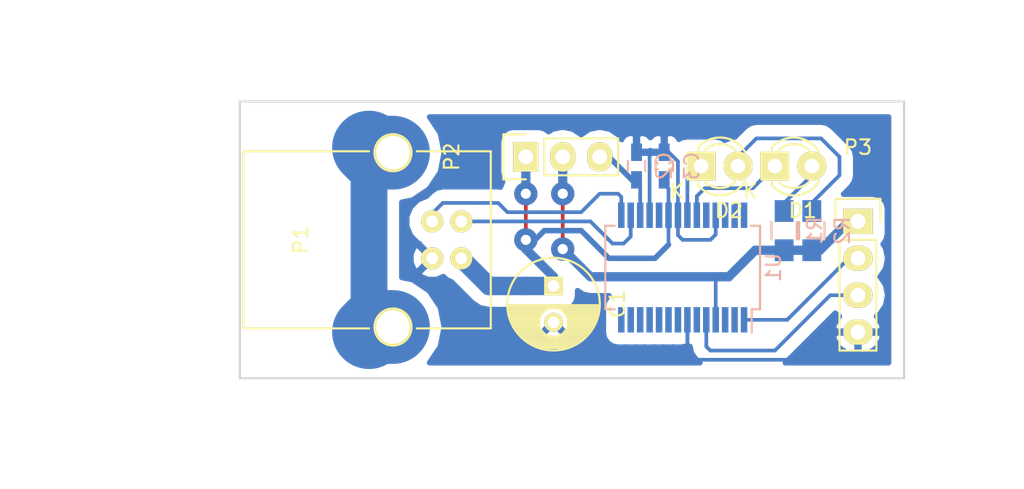
<source format=kicad_pcb>
(kicad_pcb (version 4) (host pcbnew 4.0.4+e1-6308~48~ubuntu16.04.1-stable)

  (general
    (links 27)
    (no_connects 0)
    (area 100.33 93.345 170.815001 127.000001)
    (thickness 1.6)
    (drawings 7)
    (tracks 122)
    (zones 0)
    (modules 11)
    (nets 27)
  )

  (page A4)
  (layers
    (0 F.Cu signal)
    (31 B.Cu signal)
    (32 B.Adhes user)
    (33 F.Adhes user)
    (34 B.Paste user)
    (35 F.Paste user)
    (36 B.SilkS user)
    (37 F.SilkS user)
    (38 B.Mask user)
    (39 F.Mask user)
    (40 Dwgs.User user)
    (41 Cmts.User user)
    (42 Eco1.User user)
    (43 Eco2.User user)
    (44 Edge.Cuts user)
    (45 Margin user)
    (46 B.CrtYd user)
    (47 F.CrtYd user)
    (48 B.Fab user)
    (49 F.Fab user)
  )

  (setup
    (last_trace_width 0.254)
    (user_trace_width 0.254)
    (user_trace_width 0.381)
    (user_trace_width 0.635)
    (user_trace_width 1.27)
    (user_trace_width 2.54)
    (user_trace_width 5.08)
    (trace_clearance 0.2)
    (zone_clearance 0.8)
    (zone_45_only no)
    (trace_min 0.2)
    (segment_width 0.2)
    (edge_width 0.15)
    (via_size 1.6)
    (via_drill 0.7)
    (via_min_size 0.4)
    (via_min_drill 0.3)
    (uvia_size 0.3)
    (uvia_drill 0.1)
    (uvias_allowed no)
    (uvia_min_size 0.2)
    (uvia_min_drill 0.1)
    (pcb_text_width 0.3)
    (pcb_text_size 1.5 1.5)
    (mod_edge_width 0.15)
    (mod_text_size 1 1)
    (mod_text_width 0.15)
    (pad_size 1.524 1.524)
    (pad_drill 0.762)
    (pad_to_mask_clearance 0.2)
    (aux_axis_origin 0 0)
    (visible_elements FFFFFFFF)
    (pcbplotparams
      (layerselection 0x00000_80000000)
      (usegerberextensions false)
      (excludeedgelayer false)
      (linewidth 0.100000)
      (plotframeref false)
      (viasonmask false)
      (mode 1)
      (useauxorigin false)
      (hpglpennumber 1)
      (hpglpenspeed 20)
      (hpglpendiameter 15)
      (hpglpenoverlay 2)
      (psnegative false)
      (psa4output false)
      (plotreference false)
      (plotvalue false)
      (plotinvisibletext false)
      (padsonsilk false)
      (subtractmaskfromsilk false)
      (outputformat 5)
      (mirror false)
      (drillshape 1)
      (scaleselection 1)
      (outputdirectory ""))
  )

  (net 0 "")
  (net 1 GND)
  (net 2 +5V)
  (net 3 +3V3)
  (net 4 "Net-(D1-Pad1)")
  (net 5 "Net-(D1-Pad2)")
  (net 6 "Net-(D2-Pad1)")
  (net 7 "Net-(D2-Pad2)")
  (net 8 "Net-(P1-Pad2)")
  (net 9 "Net-(P1-Pad3)")
  (net 10 "Net-(P1-Pad5)")
  (net 11 VCC)
  (net 12 "Net-(P3-Pad2)")
  (net 13 "Net-(P3-Pad3)")
  (net 14 "Net-(U1-Pad2)")
  (net 15 "Net-(U1-Pad3)")
  (net 16 "Net-(U1-Pad6)")
  (net 17 "Net-(U1-Pad9)")
  (net 18 "Net-(U1-Pad10)")
  (net 19 "Net-(U1-Pad11)")
  (net 20 "Net-(U1-Pad12)")
  (net 21 "Net-(U1-Pad13)")
  (net 22 "Net-(U1-Pad14)")
  (net 23 "Net-(U1-Pad19)")
  (net 24 "Net-(U1-Pad26)")
  (net 25 "Net-(U1-Pad27)")
  (net 26 "Net-(U1-Pad28)")

  (net_class Default "This is the default net class."
    (clearance 0.2)
    (trace_width 0.25)
    (via_dia 1.6)
    (via_drill 0.7)
    (uvia_dia 0.3)
    (uvia_drill 0.1)
    (add_net +3V3)
    (add_net +5V)
    (add_net GND)
    (add_net "Net-(D1-Pad1)")
    (add_net "Net-(D1-Pad2)")
    (add_net "Net-(D2-Pad1)")
    (add_net "Net-(D2-Pad2)")
    (add_net "Net-(P1-Pad2)")
    (add_net "Net-(P1-Pad3)")
    (add_net "Net-(P1-Pad5)")
    (add_net "Net-(P3-Pad2)")
    (add_net "Net-(P3-Pad3)")
    (add_net "Net-(U1-Pad10)")
    (add_net "Net-(U1-Pad11)")
    (add_net "Net-(U1-Pad12)")
    (add_net "Net-(U1-Pad13)")
    (add_net "Net-(U1-Pad14)")
    (add_net "Net-(U1-Pad19)")
    (add_net "Net-(U1-Pad2)")
    (add_net "Net-(U1-Pad26)")
    (add_net "Net-(U1-Pad27)")
    (add_net "Net-(U1-Pad28)")
    (add_net "Net-(U1-Pad3)")
    (add_net "Net-(U1-Pad6)")
    (add_net "Net-(U1-Pad9)")
    (add_net VCC)
  )

  (module Capacitors_ThroughHole:C_Radial_D6.3_L11.2_P2.5 (layer F.Cu) (tedit 0) (tstamp 57F548FF)
    (at 138.43 113.03 270)
    (descr "Radial Electrolytic Capacitor, Diameter 6.3mm x Length 11.2mm, Pitch 2.5mm")
    (tags "Electrolytic Capacitor")
    (path /57F55330)
    (fp_text reference C1 (at 1.25 -4.4 270) (layer F.SilkS)
      (effects (font (size 1 1) (thickness 0.15)))
    )
    (fp_text value 100uF (at 1.25 4.4 270) (layer F.Fab)
      (effects (font (size 1 1) (thickness 0.15)))
    )
    (fp_line (start 1.325 -3.149) (end 1.325 3.149) (layer F.SilkS) (width 0.15))
    (fp_line (start 1.465 -3.143) (end 1.465 3.143) (layer F.SilkS) (width 0.15))
    (fp_line (start 1.605 -3.13) (end 1.605 -0.446) (layer F.SilkS) (width 0.15))
    (fp_line (start 1.605 0.446) (end 1.605 3.13) (layer F.SilkS) (width 0.15))
    (fp_line (start 1.745 -3.111) (end 1.745 -0.656) (layer F.SilkS) (width 0.15))
    (fp_line (start 1.745 0.656) (end 1.745 3.111) (layer F.SilkS) (width 0.15))
    (fp_line (start 1.885 -3.085) (end 1.885 -0.789) (layer F.SilkS) (width 0.15))
    (fp_line (start 1.885 0.789) (end 1.885 3.085) (layer F.SilkS) (width 0.15))
    (fp_line (start 2.025 -3.053) (end 2.025 -0.88) (layer F.SilkS) (width 0.15))
    (fp_line (start 2.025 0.88) (end 2.025 3.053) (layer F.SilkS) (width 0.15))
    (fp_line (start 2.165 -3.014) (end 2.165 -0.942) (layer F.SilkS) (width 0.15))
    (fp_line (start 2.165 0.942) (end 2.165 3.014) (layer F.SilkS) (width 0.15))
    (fp_line (start 2.305 -2.968) (end 2.305 -0.981) (layer F.SilkS) (width 0.15))
    (fp_line (start 2.305 0.981) (end 2.305 2.968) (layer F.SilkS) (width 0.15))
    (fp_line (start 2.445 -2.915) (end 2.445 -0.998) (layer F.SilkS) (width 0.15))
    (fp_line (start 2.445 0.998) (end 2.445 2.915) (layer F.SilkS) (width 0.15))
    (fp_line (start 2.585 -2.853) (end 2.585 -0.996) (layer F.SilkS) (width 0.15))
    (fp_line (start 2.585 0.996) (end 2.585 2.853) (layer F.SilkS) (width 0.15))
    (fp_line (start 2.725 -2.783) (end 2.725 -0.974) (layer F.SilkS) (width 0.15))
    (fp_line (start 2.725 0.974) (end 2.725 2.783) (layer F.SilkS) (width 0.15))
    (fp_line (start 2.865 -2.704) (end 2.865 -0.931) (layer F.SilkS) (width 0.15))
    (fp_line (start 2.865 0.931) (end 2.865 2.704) (layer F.SilkS) (width 0.15))
    (fp_line (start 3.005 -2.616) (end 3.005 -0.863) (layer F.SilkS) (width 0.15))
    (fp_line (start 3.005 0.863) (end 3.005 2.616) (layer F.SilkS) (width 0.15))
    (fp_line (start 3.145 -2.516) (end 3.145 -0.764) (layer F.SilkS) (width 0.15))
    (fp_line (start 3.145 0.764) (end 3.145 2.516) (layer F.SilkS) (width 0.15))
    (fp_line (start 3.285 -2.404) (end 3.285 -0.619) (layer F.SilkS) (width 0.15))
    (fp_line (start 3.285 0.619) (end 3.285 2.404) (layer F.SilkS) (width 0.15))
    (fp_line (start 3.425 -2.279) (end 3.425 -0.38) (layer F.SilkS) (width 0.15))
    (fp_line (start 3.425 0.38) (end 3.425 2.279) (layer F.SilkS) (width 0.15))
    (fp_line (start 3.565 -2.136) (end 3.565 2.136) (layer F.SilkS) (width 0.15))
    (fp_line (start 3.705 -1.974) (end 3.705 1.974) (layer F.SilkS) (width 0.15))
    (fp_line (start 3.845 -1.786) (end 3.845 1.786) (layer F.SilkS) (width 0.15))
    (fp_line (start 3.985 -1.563) (end 3.985 1.563) (layer F.SilkS) (width 0.15))
    (fp_line (start 4.125 -1.287) (end 4.125 1.287) (layer F.SilkS) (width 0.15))
    (fp_line (start 4.265 -0.912) (end 4.265 0.912) (layer F.SilkS) (width 0.15))
    (fp_circle (center 2.5 0) (end 2.5 -1) (layer F.SilkS) (width 0.15))
    (fp_circle (center 1.25 0) (end 1.25 -3.1875) (layer F.SilkS) (width 0.15))
    (fp_circle (center 1.25 0) (end 1.25 -3.4) (layer F.CrtYd) (width 0.05))
    (pad 2 thru_hole circle (at 2.5 0 270) (size 1.3 1.3) (drill 0.8) (layers *.Cu *.Mask F.SilkS)
      (net 1 GND))
    (pad 1 thru_hole rect (at 0 0 270) (size 1.3 1.3) (drill 0.8) (layers *.Cu *.Mask F.SilkS)
      (net 2 +5V))
    (model Capacitors_ThroughHole.3dshapes/C_Radial_D6.3_L11.2_P2.5.wrl
      (at (xyz 0 0 0))
      (scale (xyz 1 1 1))
      (rotate (xyz 0 0 0))
    )
  )

  (module Capacitors_SMD:C_0603_HandSoldering (layer B.Cu) (tedit 541A9B4D) (tstamp 57F54905)
    (at 144.145 104.775 90)
    (descr "Capacitor SMD 0603, hand soldering")
    (tags "capacitor 0603")
    (path /57F55056)
    (attr smd)
    (fp_text reference C2 (at 0 1.9 90) (layer B.SilkS)
      (effects (font (size 1 1) (thickness 0.15)) (justify mirror))
    )
    (fp_text value 100nF (at 0 -1.9 90) (layer B.Fab)
      (effects (font (size 1 1) (thickness 0.15)) (justify mirror))
    )
    (fp_line (start -0.8 -0.4) (end -0.8 0.4) (layer B.Fab) (width 0.15))
    (fp_line (start 0.8 -0.4) (end -0.8 -0.4) (layer B.Fab) (width 0.15))
    (fp_line (start 0.8 0.4) (end 0.8 -0.4) (layer B.Fab) (width 0.15))
    (fp_line (start -0.8 0.4) (end 0.8 0.4) (layer B.Fab) (width 0.15))
    (fp_line (start -1.85 0.75) (end 1.85 0.75) (layer B.CrtYd) (width 0.05))
    (fp_line (start -1.85 -0.75) (end 1.85 -0.75) (layer B.CrtYd) (width 0.05))
    (fp_line (start -1.85 0.75) (end -1.85 -0.75) (layer B.CrtYd) (width 0.05))
    (fp_line (start 1.85 0.75) (end 1.85 -0.75) (layer B.CrtYd) (width 0.05))
    (fp_line (start -0.35 0.6) (end 0.35 0.6) (layer B.SilkS) (width 0.15))
    (fp_line (start 0.35 -0.6) (end -0.35 -0.6) (layer B.SilkS) (width 0.15))
    (pad 1 smd rect (at -0.95 0 90) (size 1.2 0.75) (layers B.Cu B.Paste B.Mask)
      (net 3 +3V3))
    (pad 2 smd rect (at 0.95 0 90) (size 1.2 0.75) (layers B.Cu B.Paste B.Mask)
      (net 1 GND))
    (model Capacitors_SMD.3dshapes/C_0603_HandSoldering.wrl
      (at (xyz 0 0 0))
      (scale (xyz 1 1 1))
      (rotate (xyz 0 0 0))
    )
  )

  (module Capacitors_SMD:C_0603_HandSoldering (layer B.Cu) (tedit 541A9B4D) (tstamp 57F5490B)
    (at 146.05 104.775 90)
    (descr "Capacitor SMD 0603, hand soldering")
    (tags "capacitor 0603")
    (path /57F55120)
    (attr smd)
    (fp_text reference C3 (at 0 1.9 90) (layer B.SilkS)
      (effects (font (size 1 1) (thickness 0.15)) (justify mirror))
    )
    (fp_text value 100nF (at 0 -1.9 90) (layer B.Fab)
      (effects (font (size 1 1) (thickness 0.15)) (justify mirror))
    )
    (fp_line (start -0.8 -0.4) (end -0.8 0.4) (layer B.Fab) (width 0.15))
    (fp_line (start 0.8 -0.4) (end -0.8 -0.4) (layer B.Fab) (width 0.15))
    (fp_line (start 0.8 0.4) (end 0.8 -0.4) (layer B.Fab) (width 0.15))
    (fp_line (start -0.8 0.4) (end 0.8 0.4) (layer B.Fab) (width 0.15))
    (fp_line (start -1.85 0.75) (end 1.85 0.75) (layer B.CrtYd) (width 0.05))
    (fp_line (start -1.85 -0.75) (end 1.85 -0.75) (layer B.CrtYd) (width 0.05))
    (fp_line (start -1.85 0.75) (end -1.85 -0.75) (layer B.CrtYd) (width 0.05))
    (fp_line (start 1.85 0.75) (end 1.85 -0.75) (layer B.CrtYd) (width 0.05))
    (fp_line (start -0.35 0.6) (end 0.35 0.6) (layer B.SilkS) (width 0.15))
    (fp_line (start 0.35 -0.6) (end -0.35 -0.6) (layer B.SilkS) (width 0.15))
    (pad 1 smd rect (at -0.95 0 90) (size 1.2 0.75) (layers B.Cu B.Paste B.Mask)
      (net 2 +5V))
    (pad 2 smd rect (at 0.95 0 90) (size 1.2 0.75) (layers B.Cu B.Paste B.Mask)
      (net 1 GND))
    (model Capacitors_SMD.3dshapes/C_0603_HandSoldering.wrl
      (at (xyz 0 0 0))
      (scale (xyz 1 1 1))
      (rotate (xyz 0 0 0))
    )
  )

  (module LEDs:LED-3MM (layer F.Cu) (tedit 559B82F6) (tstamp 57F54911)
    (at 153.67 104.775)
    (descr "LED 3mm round vertical")
    (tags "LED  3mm round vertical")
    (path /57F54855)
    (fp_text reference D1 (at 1.91 3.06) (layer F.SilkS)
      (effects (font (size 1 1) (thickness 0.15)))
    )
    (fp_text value "LED red" (at 1.3 -2.9) (layer F.Fab)
      (effects (font (size 1 1) (thickness 0.15)))
    )
    (fp_line (start -1.2 2.3) (end 3.8 2.3) (layer F.CrtYd) (width 0.05))
    (fp_line (start 3.8 2.3) (end 3.8 -2.2) (layer F.CrtYd) (width 0.05))
    (fp_line (start 3.8 -2.2) (end -1.2 -2.2) (layer F.CrtYd) (width 0.05))
    (fp_line (start -1.2 -2.2) (end -1.2 2.3) (layer F.CrtYd) (width 0.05))
    (fp_line (start -0.199 1.314) (end -0.199 1.114) (layer F.SilkS) (width 0.15))
    (fp_line (start -0.199 -1.28) (end -0.199 -1.1) (layer F.SilkS) (width 0.15))
    (fp_arc (start 1.301 0.034) (end -0.199 -1.286) (angle 108.5) (layer F.SilkS) (width 0.15))
    (fp_arc (start 1.301 0.034) (end 0.25 -1.1) (angle 85.7) (layer F.SilkS) (width 0.15))
    (fp_arc (start 1.311 0.034) (end 3.051 0.994) (angle 110) (layer F.SilkS) (width 0.15))
    (fp_arc (start 1.301 0.034) (end 2.335 1.094) (angle 87.5) (layer F.SilkS) (width 0.15))
    (fp_text user K (at -1.69 1.74) (layer F.SilkS)
      (effects (font (size 1 1) (thickness 0.15)))
    )
    (pad 1 thru_hole rect (at 0 0 90) (size 2 2) (drill 1.00076) (layers *.Cu *.Mask F.SilkS)
      (net 4 "Net-(D1-Pad1)"))
    (pad 2 thru_hole circle (at 2.54 0) (size 2 2) (drill 1.00076) (layers *.Cu *.Mask F.SilkS)
      (net 5 "Net-(D1-Pad2)"))
    (model LEDs.3dshapes/LED-3MM.wrl
      (at (xyz 0.05 0 0))
      (scale (xyz 1 1 1))
      (rotate (xyz 0 0 90))
    )
  )

  (module LEDs:LED-3MM (layer F.Cu) (tedit 559B82F6) (tstamp 57F54917)
    (at 148.59 104.775)
    (descr "LED 3mm round vertical")
    (tags "LED  3mm round vertical")
    (path /57F54A4B)
    (fp_text reference D2 (at 1.91 3.06) (layer F.SilkS)
      (effects (font (size 1 1) (thickness 0.15)))
    )
    (fp_text value "LED green" (at 1.3 -2.9) (layer F.Fab)
      (effects (font (size 1 1) (thickness 0.15)))
    )
    (fp_line (start -1.2 2.3) (end 3.8 2.3) (layer F.CrtYd) (width 0.05))
    (fp_line (start 3.8 2.3) (end 3.8 -2.2) (layer F.CrtYd) (width 0.05))
    (fp_line (start 3.8 -2.2) (end -1.2 -2.2) (layer F.CrtYd) (width 0.05))
    (fp_line (start -1.2 -2.2) (end -1.2 2.3) (layer F.CrtYd) (width 0.05))
    (fp_line (start -0.199 1.314) (end -0.199 1.114) (layer F.SilkS) (width 0.15))
    (fp_line (start -0.199 -1.28) (end -0.199 -1.1) (layer F.SilkS) (width 0.15))
    (fp_arc (start 1.301 0.034) (end -0.199 -1.286) (angle 108.5) (layer F.SilkS) (width 0.15))
    (fp_arc (start 1.301 0.034) (end 0.25 -1.1) (angle 85.7) (layer F.SilkS) (width 0.15))
    (fp_arc (start 1.311 0.034) (end 3.051 0.994) (angle 110) (layer F.SilkS) (width 0.15))
    (fp_arc (start 1.301 0.034) (end 2.335 1.094) (angle 87.5) (layer F.SilkS) (width 0.15))
    (fp_text user K (at -1.69 1.74) (layer F.SilkS)
      (effects (font (size 1 1) (thickness 0.15)))
    )
    (pad 1 thru_hole rect (at 0 0 90) (size 2 2) (drill 1.00076) (layers *.Cu *.Mask F.SilkS)
      (net 6 "Net-(D2-Pad1)"))
    (pad 2 thru_hole circle (at 2.54 0) (size 2 2) (drill 1.00076) (layers *.Cu *.Mask F.SilkS)
      (net 7 "Net-(D2-Pad2)"))
    (model LEDs.3dshapes/LED-3MM.wrl
      (at (xyz 0.05 0 0))
      (scale (xyz 1 1 1))
      (rotate (xyz 0 0 90))
    )
  )

  (module Connect:USB_B (layer F.Cu) (tedit 55B36073) (tstamp 57F54921)
    (at 132.08 111.125 180)
    (descr "USB B connector")
    (tags "USB_B USB_DEV")
    (path /57F5453C)
    (fp_text reference P1 (at 11.049 1.27 270) (layer F.SilkS)
      (effects (font (size 1 1) (thickness 0.15)))
    )
    (fp_text value USB_B (at 4.699 1.27 270) (layer F.Fab)
      (effects (font (size 1 1) (thickness 0.15)))
    )
    (fp_line (start 15.25 8.9) (end -2.3 8.9) (layer F.CrtYd) (width 0.05))
    (fp_line (start -2.3 8.9) (end -2.3 -6.35) (layer F.CrtYd) (width 0.05))
    (fp_line (start -2.3 -6.35) (end 15.25 -6.35) (layer F.CrtYd) (width 0.05))
    (fp_line (start 15.25 -6.35) (end 15.25 8.9) (layer F.CrtYd) (width 0.05))
    (fp_line (start 6.35 7.366) (end 14.986 7.366) (layer F.SilkS) (width 0.15))
    (fp_line (start -2.032 7.366) (end 3.048 7.366) (layer F.SilkS) (width 0.15))
    (fp_line (start 6.35 -4.826) (end 14.986 -4.826) (layer F.SilkS) (width 0.15))
    (fp_line (start -2.032 -4.826) (end 3.048 -4.826) (layer F.SilkS) (width 0.15))
    (fp_line (start 14.986 -4.826) (end 14.986 7.366) (layer F.SilkS) (width 0.15))
    (fp_line (start -2.032 7.366) (end -2.032 -4.826) (layer F.SilkS) (width 0.15))
    (pad 2 thru_hole circle (at 0 2.54 90) (size 1.524 1.524) (drill 0.8128) (layers *.Cu *.Mask F.SilkS)
      (net 8 "Net-(P1-Pad2)"))
    (pad 1 thru_hole circle (at 0 0 90) (size 1.524 1.524) (drill 0.8128) (layers *.Cu *.Mask F.SilkS)
      (net 2 +5V))
    (pad 4 thru_hole circle (at 1.99898 0 90) (size 1.524 1.524) (drill 0.8128) (layers *.Cu *.Mask F.SilkS)
      (net 1 GND))
    (pad 3 thru_hole circle (at 1.99898 2.54 90) (size 1.524 1.524) (drill 0.8128) (layers *.Cu *.Mask F.SilkS)
      (net 9 "Net-(P1-Pad3)"))
    (pad 5 thru_hole circle (at 4.699 7.26948 90) (size 2.70002 2.70002) (drill 2.30124) (layers *.Cu *.Mask F.SilkS)
      (net 10 "Net-(P1-Pad5)"))
    (pad 5 thru_hole circle (at 4.699 -4.72948 90) (size 2.70002 2.70002) (drill 2.30124) (layers *.Cu *.Mask F.SilkS)
      (net 10 "Net-(P1-Pad5)"))
    (model Connect.3dshapes/USB_B.wrl
      (at (xyz 0.185 -0.05 0.001))
      (scale (xyz 0.3937 0.3937 0.3937))
      (rotate (xyz 0 0 -90))
    )
  )

  (module Pin_Headers:Pin_Header_Straight_1x03 (layer F.Cu) (tedit 0) (tstamp 57F54928)
    (at 136.525 104.14 90)
    (descr "Through hole pin header")
    (tags "pin header")
    (path /57F54E2D)
    (fp_text reference P2 (at 0 -5.1 90) (layer F.SilkS)
      (effects (font (size 1 1) (thickness 0.15)))
    )
    (fp_text value CONN_01X03 (at 0 -3.1 90) (layer F.Fab)
      (effects (font (size 1 1) (thickness 0.15)))
    )
    (fp_line (start -1.75 -1.75) (end -1.75 6.85) (layer F.CrtYd) (width 0.05))
    (fp_line (start 1.75 -1.75) (end 1.75 6.85) (layer F.CrtYd) (width 0.05))
    (fp_line (start -1.75 -1.75) (end 1.75 -1.75) (layer F.CrtYd) (width 0.05))
    (fp_line (start -1.75 6.85) (end 1.75 6.85) (layer F.CrtYd) (width 0.05))
    (fp_line (start -1.27 1.27) (end -1.27 6.35) (layer F.SilkS) (width 0.15))
    (fp_line (start -1.27 6.35) (end 1.27 6.35) (layer F.SilkS) (width 0.15))
    (fp_line (start 1.27 6.35) (end 1.27 1.27) (layer F.SilkS) (width 0.15))
    (fp_line (start 1.55 -1.55) (end 1.55 0) (layer F.SilkS) (width 0.15))
    (fp_line (start 1.27 1.27) (end -1.27 1.27) (layer F.SilkS) (width 0.15))
    (fp_line (start -1.55 0) (end -1.55 -1.55) (layer F.SilkS) (width 0.15))
    (fp_line (start -1.55 -1.55) (end 1.55 -1.55) (layer F.SilkS) (width 0.15))
    (pad 1 thru_hole rect (at 0 0 90) (size 2.032 1.7272) (drill 1.016) (layers *.Cu *.Mask F.SilkS)
      (net 2 +5V))
    (pad 2 thru_hole oval (at 0 2.54 90) (size 2.032 1.7272) (drill 1.016) (layers *.Cu *.Mask F.SilkS)
      (net 11 VCC))
    (pad 3 thru_hole oval (at 0 5.08 90) (size 2.032 1.7272) (drill 1.016) (layers *.Cu *.Mask F.SilkS)
      (net 3 +3V3))
    (model Pin_Headers.3dshapes/Pin_Header_Straight_1x03.wrl
      (at (xyz 0 -0.1 0))
      (scale (xyz 1 1 1))
      (rotate (xyz 0 0 90))
    )
  )

  (module Pin_Headers:Pin_Header_Straight_1x04 (layer F.Cu) (tedit 0) (tstamp 57F54930)
    (at 159.385 108.585)
    (descr "Through hole pin header")
    (tags "pin header")
    (path /57F5467F)
    (fp_text reference P3 (at 0 -5.1) (layer F.SilkS)
      (effects (font (size 1 1) (thickness 0.15)))
    )
    (fp_text value CONN_01X04 (at 0 -3.1) (layer F.Fab)
      (effects (font (size 1 1) (thickness 0.15)))
    )
    (fp_line (start -1.75 -1.75) (end -1.75 9.4) (layer F.CrtYd) (width 0.05))
    (fp_line (start 1.75 -1.75) (end 1.75 9.4) (layer F.CrtYd) (width 0.05))
    (fp_line (start -1.75 -1.75) (end 1.75 -1.75) (layer F.CrtYd) (width 0.05))
    (fp_line (start -1.75 9.4) (end 1.75 9.4) (layer F.CrtYd) (width 0.05))
    (fp_line (start -1.27 1.27) (end -1.27 8.89) (layer F.SilkS) (width 0.15))
    (fp_line (start 1.27 1.27) (end 1.27 8.89) (layer F.SilkS) (width 0.15))
    (fp_line (start 1.55 -1.55) (end 1.55 0) (layer F.SilkS) (width 0.15))
    (fp_line (start -1.27 8.89) (end 1.27 8.89) (layer F.SilkS) (width 0.15))
    (fp_line (start 1.27 1.27) (end -1.27 1.27) (layer F.SilkS) (width 0.15))
    (fp_line (start -1.55 0) (end -1.55 -1.55) (layer F.SilkS) (width 0.15))
    (fp_line (start -1.55 -1.55) (end 1.55 -1.55) (layer F.SilkS) (width 0.15))
    (pad 1 thru_hole rect (at 0 0) (size 2.032 1.7272) (drill 1.016) (layers *.Cu *.Mask F.SilkS)
      (net 11 VCC))
    (pad 2 thru_hole oval (at 0 2.54) (size 2.032 1.7272) (drill 1.016) (layers *.Cu *.Mask F.SilkS)
      (net 12 "Net-(P3-Pad2)"))
    (pad 3 thru_hole oval (at 0 5.08) (size 2.032 1.7272) (drill 1.016) (layers *.Cu *.Mask F.SilkS)
      (net 13 "Net-(P3-Pad3)"))
    (pad 4 thru_hole oval (at 0 7.62) (size 2.032 1.7272) (drill 1.016) (layers *.Cu *.Mask F.SilkS)
      (net 1 GND))
    (model Pin_Headers.3dshapes/Pin_Header_Straight_1x04.wrl
      (at (xyz 0 -0.15 0))
      (scale (xyz 1 1 1))
      (rotate (xyz 0 0 90))
    )
  )

  (module Resistors_SMD:R_0805_HandSoldering (layer B.Cu) (tedit 54189DEE) (tstamp 57F54936)
    (at 154.305 109.22 90)
    (descr "Resistor SMD 0805, hand soldering")
    (tags "resistor 0805")
    (path /57F548EB)
    (attr smd)
    (fp_text reference R1 (at 0 2.1 90) (layer B.SilkS)
      (effects (font (size 1 1) (thickness 0.15)) (justify mirror))
    )
    (fp_text value 330R (at 0 -2.1 90) (layer B.Fab)
      (effects (font (size 1 1) (thickness 0.15)) (justify mirror))
    )
    (fp_line (start -2.4 1) (end 2.4 1) (layer B.CrtYd) (width 0.05))
    (fp_line (start -2.4 -1) (end 2.4 -1) (layer B.CrtYd) (width 0.05))
    (fp_line (start -2.4 1) (end -2.4 -1) (layer B.CrtYd) (width 0.05))
    (fp_line (start 2.4 1) (end 2.4 -1) (layer B.CrtYd) (width 0.05))
    (fp_line (start 0.6 -0.875) (end -0.6 -0.875) (layer B.SilkS) (width 0.15))
    (fp_line (start -0.6 0.875) (end 0.6 0.875) (layer B.SilkS) (width 0.15))
    (pad 1 smd rect (at -1.35 0 90) (size 1.5 1.3) (layers B.Cu B.Paste B.Mask)
      (net 11 VCC))
    (pad 2 smd rect (at 1.35 0 90) (size 1.5 1.3) (layers B.Cu B.Paste B.Mask)
      (net 5 "Net-(D1-Pad2)"))
    (model Resistors_SMD.3dshapes/R_0805_HandSoldering.wrl
      (at (xyz 0 0 0))
      (scale (xyz 1 1 1))
      (rotate (xyz 0 0 0))
    )
  )

  (module Resistors_SMD:R_0805_HandSoldering (layer B.Cu) (tedit 54189DEE) (tstamp 57F5493C)
    (at 156.21 109.22 90)
    (descr "Resistor SMD 0805, hand soldering")
    (tags "resistor 0805")
    (path /57F54A51)
    (attr smd)
    (fp_text reference R2 (at 0 2.1 90) (layer B.SilkS)
      (effects (font (size 1 1) (thickness 0.15)) (justify mirror))
    )
    (fp_text value 330R (at 0 -2.1 90) (layer B.Fab)
      (effects (font (size 1 1) (thickness 0.15)) (justify mirror))
    )
    (fp_line (start -2.4 1) (end 2.4 1) (layer B.CrtYd) (width 0.05))
    (fp_line (start -2.4 -1) (end 2.4 -1) (layer B.CrtYd) (width 0.05))
    (fp_line (start -2.4 1) (end -2.4 -1) (layer B.CrtYd) (width 0.05))
    (fp_line (start 2.4 1) (end 2.4 -1) (layer B.CrtYd) (width 0.05))
    (fp_line (start 0.6 -0.875) (end -0.6 -0.875) (layer B.SilkS) (width 0.15))
    (fp_line (start -0.6 0.875) (end 0.6 0.875) (layer B.SilkS) (width 0.15))
    (pad 1 smd rect (at -1.35 0 90) (size 1.5 1.3) (layers B.Cu B.Paste B.Mask)
      (net 11 VCC))
    (pad 2 smd rect (at 1.35 0 90) (size 1.5 1.3) (layers B.Cu B.Paste B.Mask)
      (net 7 "Net-(D2-Pad2)"))
    (model Resistors_SMD.3dshapes/R_0805_HandSoldering.wrl
      (at (xyz 0 0 0))
      (scale (xyz 1 1 1))
      (rotate (xyz 0 0 0))
    )
  )

  (module Housings_SSOP:SSOP-28_5.3x10.2mm_Pitch0.65mm (layer B.Cu) (tedit 54130A77) (tstamp 57F5495C)
    (at 147.32 111.76 90)
    (descr "28-Lead Plastic Shrink Small Outline (SS)-5.30 mm Body [SSOP] (see Microchip Packaging Specification 00000049BS.pdf)")
    (tags "SSOP 0.65")
    (path /57F545D2)
    (attr smd)
    (fp_text reference U1 (at 0 6.25 90) (layer B.SilkS)
      (effects (font (size 1 1) (thickness 0.15)) (justify mirror))
    )
    (fp_text value FT232RL (at 0 -6.25 90) (layer B.Fab)
      (effects (font (size 1 1) (thickness 0.15)) (justify mirror))
    )
    (fp_line (start -1.65 5.1) (end 2.65 5.1) (layer B.Fab) (width 0.15))
    (fp_line (start 2.65 5.1) (end 2.65 -5.1) (layer B.Fab) (width 0.15))
    (fp_line (start 2.65 -5.1) (end -2.65 -5.1) (layer B.Fab) (width 0.15))
    (fp_line (start -2.65 -5.1) (end -2.65 4.1) (layer B.Fab) (width 0.15))
    (fp_line (start -2.65 4.1) (end -1.65 5.1) (layer B.Fab) (width 0.15))
    (fp_line (start -4.75 5.5) (end -4.75 -5.5) (layer B.CrtYd) (width 0.05))
    (fp_line (start 4.75 5.5) (end 4.75 -5.5) (layer B.CrtYd) (width 0.05))
    (fp_line (start -4.75 5.5) (end 4.75 5.5) (layer B.CrtYd) (width 0.05))
    (fp_line (start -4.75 -5.5) (end 4.75 -5.5) (layer B.CrtYd) (width 0.05))
    (fp_line (start -2.875 5.325) (end -2.875 4.75) (layer B.SilkS) (width 0.15))
    (fp_line (start 2.875 5.325) (end 2.875 4.675) (layer B.SilkS) (width 0.15))
    (fp_line (start 2.875 -5.325) (end 2.875 -4.675) (layer B.SilkS) (width 0.15))
    (fp_line (start -2.875 -5.325) (end -2.875 -4.675) (layer B.SilkS) (width 0.15))
    (fp_line (start -2.875 5.325) (end 2.875 5.325) (layer B.SilkS) (width 0.15))
    (fp_line (start -2.875 -5.325) (end 2.875 -5.325) (layer B.SilkS) (width 0.15))
    (fp_line (start -2.875 4.75) (end -4.475 4.75) (layer B.SilkS) (width 0.15))
    (pad 1 smd rect (at -3.6 4.225 90) (size 1.75 0.45) (layers B.Cu B.Paste B.Mask)
      (net 12 "Net-(P3-Pad2)"))
    (pad 2 smd rect (at -3.6 3.575 90) (size 1.75 0.45) (layers B.Cu B.Paste B.Mask)
      (net 14 "Net-(U1-Pad2)"))
    (pad 3 smd rect (at -3.6 2.925 90) (size 1.75 0.45) (layers B.Cu B.Paste B.Mask)
      (net 15 "Net-(U1-Pad3)"))
    (pad 4 smd rect (at -3.6 2.275 90) (size 1.75 0.45) (layers B.Cu B.Paste B.Mask)
      (net 11 VCC))
    (pad 5 smd rect (at -3.6 1.625 90) (size 1.75 0.45) (layers B.Cu B.Paste B.Mask)
      (net 13 "Net-(P3-Pad3)"))
    (pad 6 smd rect (at -3.6 0.975 90) (size 1.75 0.45) (layers B.Cu B.Paste B.Mask)
      (net 16 "Net-(U1-Pad6)"))
    (pad 7 smd rect (at -3.6 0.325 90) (size 1.75 0.45) (layers B.Cu B.Paste B.Mask)
      (net 1 GND))
    (pad 8 smd rect (at -3.6 -0.325 90) (size 1.75 0.45) (layers B.Cu B.Paste B.Mask))
    (pad 9 smd rect (at -3.6 -0.975 90) (size 1.75 0.45) (layers B.Cu B.Paste B.Mask)
      (net 17 "Net-(U1-Pad9)"))
    (pad 10 smd rect (at -3.6 -1.625 90) (size 1.75 0.45) (layers B.Cu B.Paste B.Mask)
      (net 18 "Net-(U1-Pad10)"))
    (pad 11 smd rect (at -3.6 -2.275 90) (size 1.75 0.45) (layers B.Cu B.Paste B.Mask)
      (net 19 "Net-(U1-Pad11)"))
    (pad 12 smd rect (at -3.6 -2.925 90) (size 1.75 0.45) (layers B.Cu B.Paste B.Mask)
      (net 20 "Net-(U1-Pad12)"))
    (pad 13 smd rect (at -3.6 -3.575 90) (size 1.75 0.45) (layers B.Cu B.Paste B.Mask)
      (net 21 "Net-(U1-Pad13)"))
    (pad 14 smd rect (at -3.6 -4.225 90) (size 1.75 0.45) (layers B.Cu B.Paste B.Mask)
      (net 22 "Net-(U1-Pad14)"))
    (pad 15 smd rect (at 3.6 -4.225 90) (size 1.75 0.45) (layers B.Cu B.Paste B.Mask)
      (net 9 "Net-(P1-Pad3)"))
    (pad 16 smd rect (at 3.6 -3.575 90) (size 1.75 0.45) (layers B.Cu B.Paste B.Mask)
      (net 8 "Net-(P1-Pad2)"))
    (pad 17 smd rect (at 3.6 -2.925 90) (size 1.75 0.45) (layers B.Cu B.Paste B.Mask)
      (net 3 +3V3))
    (pad 18 smd rect (at 3.6 -2.275 90) (size 1.75 0.45) (layers B.Cu B.Paste B.Mask)
      (net 1 GND))
    (pad 19 smd rect (at 3.6 -1.625 90) (size 1.75 0.45) (layers B.Cu B.Paste B.Mask)
      (net 23 "Net-(U1-Pad19)"))
    (pad 20 smd rect (at 3.6 -0.975 90) (size 1.75 0.45) (layers B.Cu B.Paste B.Mask)
      (net 2 +5V))
    (pad 21 smd rect (at 3.6 -0.325 90) (size 1.75 0.45) (layers B.Cu B.Paste B.Mask)
      (net 1 GND))
    (pad 22 smd rect (at 3.6 0.325 90) (size 1.75 0.45) (layers B.Cu B.Paste B.Mask)
      (net 6 "Net-(D2-Pad1)"))
    (pad 23 smd rect (at 3.6 0.975 90) (size 1.75 0.45) (layers B.Cu B.Paste B.Mask)
      (net 4 "Net-(D1-Pad1)"))
    (pad 24 smd rect (at 3.6 1.625 90) (size 1.75 0.45) (layers B.Cu B.Paste B.Mask))
    (pad 25 smd rect (at 3.6 2.275 90) (size 1.75 0.45) (layers B.Cu B.Paste B.Mask)
      (net 1 GND))
    (pad 26 smd rect (at 3.6 2.925 90) (size 1.75 0.45) (layers B.Cu B.Paste B.Mask)
      (net 24 "Net-(U1-Pad26)"))
    (pad 27 smd rect (at 3.6 3.575 90) (size 1.75 0.45) (layers B.Cu B.Paste B.Mask)
      (net 25 "Net-(U1-Pad27)"))
    (pad 28 smd rect (at 3.6 4.225 90) (size 1.75 0.45) (layers B.Cu B.Paste B.Mask)
      (net 26 "Net-(U1-Pad28)"))
    (model Housings_SSOP.3dshapes/SSOP-28_5.3x10.2mm_Pitch0.65mm.wrl
      (at (xyz 0 0 0))
      (scale (xyz 1 1 1))
      (rotate (xyz 0 0 0))
    )
  )

  (gr_line (start 122.555 119.38) (end 116.84 119.38) (angle 90) (layer Edge.Cuts) (width 0.15))
  (gr_line (start 116.84 100.33) (end 122.555 100.33) (angle 90) (layer Edge.Cuts) (width 0.15))
  (gr_line (start 162.56 100.33) (end 122.555 100.33) (angle 90) (layer Edge.Cuts) (width 0.15))
  (gr_line (start 162.56 119.38) (end 162.56 100.33) (angle 90) (layer Edge.Cuts) (width 0.15))
  (gr_line (start 161.29 119.38) (end 162.56 119.38) (angle 90) (layer Edge.Cuts) (width 0.15))
  (gr_line (start 122.555 119.38) (end 161.29 119.38) (angle 90) (layer Edge.Cuts) (width 0.15))
  (gr_line (start 116.84 100.33) (end 116.84 119.38) (angle 90) (layer Edge.Cuts) (width 0.15))

  (segment (start 157.48 116.205) (end 159.385 116.205) (width 0.254) (layer B.Cu) (net 1) (tstamp 57F5545E))
  (segment (start 157.48 116.84) (end 157.48 116.205) (width 0.254) (layer B.Cu) (net 1) (tstamp 57F5545D))
  (segment (start 156.21 118.11) (end 157.48 116.84) (width 0.254) (layer B.Cu) (net 1) (tstamp 57F5545B))
  (segment (start 154.94 118.11) (end 156.21 118.11) (width 0.254) (layer B.Cu) (net 1))
  (segment (start 147.955 118.11) (end 154.94 118.11) (width 0.254) (layer B.Cu) (net 1) (tstamp 57F55451))
  (segment (start 147.645 117.8) (end 147.955 118.11) (width 0.254) (layer B.Cu) (net 1) (tstamp 57F55450))
  (segment (start 147.645 115.36) (end 147.645 117.8) (width 0.254) (layer B.Cu) (net 1))
  (segment (start 144.145 103.825) (end 146.05 103.825) (width 0.254) (layer B.Cu) (net 1))
  (segment (start 145.045 108.16) (end 145.045 103.875) (width 0.254) (layer B.Cu) (net 1))
  (segment (start 145.095 103.825) (end 146.05 103.825) (width 0.254) (layer B.Cu) (net 1) (tstamp 57F54F40))
  (segment (start 145.045 103.875) (end 145.095 103.825) (width 0.254) (layer B.Cu) (net 1) (tstamp 57F54F3E))
  (segment (start 146.995 108.16) (end 146.995 104.45) (width 0.254) (layer B.Cu) (net 1))
  (segment (start 146.995 104.45) (end 146.37 103.825) (width 0.254) (layer B.Cu) (net 1) (tstamp 57F54F1F))
  (segment (start 146.37 103.825) (end 146.05 103.825) (width 0.254) (layer B.Cu) (net 1) (tstamp 57F54F20))
  (segment (start 149.595 108.16) (end 149.595 109.485) (width 0.254) (layer B.Cu) (net 1))
  (segment (start 146.995 109.53) (end 146.995 108.16) (width 0.254) (layer B.Cu) (net 1) (tstamp 57F54EFC))
  (segment (start 147.32 109.855) (end 146.995 109.53) (width 0.254) (layer B.Cu) (net 1) (tstamp 57F54EFB))
  (segment (start 149.225 109.855) (end 147.32 109.855) (width 0.254) (layer B.Cu) (net 1) (tstamp 57F54EFA))
  (segment (start 149.595 109.485) (end 149.225 109.855) (width 0.254) (layer B.Cu) (net 1) (tstamp 57F54EF9))
  (segment (start 147.645 115.36) (end 147.645 117.785) (width 0.254) (layer B.Cu) (net 1))
  (segment (start 147.645 117.785) (end 147.32 118.11) (width 0.254) (layer B.Cu) (net 1) (tstamp 57F54EF0))
  (segment (start 140.335 109.22) (end 140.97 109.855) (width 0.381) (layer B.Cu) (net 2))
  (segment (start 140.97 109.855) (end 142.24 111.125) (width 0.381) (layer B.Cu) (net 2) (tstamp 57F551E5))
  (segment (start 142.24 111.125) (end 145.415 111.125) (width 0.381) (layer B.Cu) (net 2) (tstamp 57F551EA))
  (segment (start 146.345 110.195) (end 146.05 110.49) (width 0.381) (layer B.Cu) (net 2))
  (segment (start 146.345 108.16) (end 146.345 110.195) (width 0.254) (layer B.Cu) (net 2))
  (segment (start 140.335 109.22) (end 139.7 109.22) (width 0.381) (layer B.Cu) (net 2) (tstamp 57F55149))
  (segment (start 146.05 110.49) (end 145.415 111.125) (width 0.381) (layer B.Cu) (net 2))
  (segment (start 137.16 109.855) (end 136.525 109.855) (width 0.381) (layer B.Cu) (net 2))
  (segment (start 137.16 109.855) (end 137.795 109.22) (width 0.381) (layer B.Cu) (net 2) (tstamp 57F5513E))
  (segment (start 137.795 109.22) (end 139.7 109.22) (width 0.381) (layer B.Cu) (net 2) (tstamp 57F55143))
  (segment (start 136.525 109.855) (end 136.525 110.49) (width 0.635) (layer B.Cu) (net 2))
  (segment (start 136.525 110.49) (end 138.43 112.395) (width 0.635) (layer B.Cu) (net 2) (tstamp 57F5512D))
  (via (at 136.525 109.855) (size 1.6) (drill 0.7) (layers F.Cu B.Cu) (net 2))
  (segment (start 136.525 106.68) (end 136.525 109.855) (width 0.254) (layer F.Cu) (net 2))
  (via (at 136.525 106.68) (size 1.6) (drill 0.7) (layers F.Cu B.Cu) (net 2))
  (segment (start 136.525 104.14) (end 136.525 106.68) (width 0.635) (layer B.Cu) (net 2))
  (segment (start 138.43 112.395) (end 138.43 113.03) (width 0.635) (layer B.Cu) (net 2) (tstamp 57F55134))
  (segment (start 132.08 111.125) (end 133.985 113.03) (width 1.27) (layer B.Cu) (net 2))
  (segment (start 133.985 113.03) (end 136.525 113.03) (width 1.27) (layer B.Cu) (net 2) (tstamp 57F550AB))
  (segment (start 136.525 113.03) (end 138.43 113.03) (width 1.27) (layer B.Cu) (net 2) (tstamp 57F55128))
  (segment (start 146.05 105.725) (end 146.05 106.045) (width 0.254) (layer B.Cu) (net 2))
  (segment (start 146.05 106.045) (end 146.345 106.34) (width 0.254) (layer B.Cu) (net 2) (tstamp 57F54E9C))
  (segment (start 146.345 106.34) (end 146.345 108.16) (width 0.254) (layer B.Cu) (net 2) (tstamp 57F54E9D))
  (segment (start 144.145 105.725) (end 143.825 105.725) (width 0.381) (layer B.Cu) (net 3))
  (segment (start 143.825 105.725) (end 141.605 103.505) (width 0.381) (layer B.Cu) (net 3) (tstamp 57F55097))
  (segment (start 144.395 108.16) (end 144.395 105.975) (width 0.254) (layer B.Cu) (net 3))
  (segment (start 144.395 105.975) (end 144.145 105.725) (width 0.254) (layer B.Cu) (net 3) (tstamp 57F54D71))
  (segment (start 152.146 106.299) (end 153.67 104.775) (width 0.254) (layer B.Cu) (net 4) (tstamp 57F5527C))
  (segment (start 148.295 107.061) (end 148.295 106.848) (width 0.254) (layer B.Cu) (net 4))
  (segment (start 148.844 106.299) (end 152.146 106.299) (width 0.254) (layer B.Cu) (net 4) (tstamp 57F5527B))
  (segment (start 148.295 106.848) (end 148.844 106.299) (width 0.254) (layer B.Cu) (net 4) (tstamp 57F5527A))
  (segment (start 148.295 108.16) (end 148.295 107.061) (width 0.254) (layer B.Cu) (net 4))
  (segment (start 148.295 107.061) (end 148.295 106.975) (width 0.254) (layer B.Cu) (net 4) (tstamp 57F55278))
  (segment (start 154.305 107.315) (end 154.94 106.68) (width 0.254) (layer B.Cu) (net 5))
  (segment (start 154.94 106.68) (end 156.21 105.41) (width 0.254) (layer B.Cu) (net 5) (tstamp 57F552D2))
  (segment (start 154.305 107.315) (end 154.305 107.87) (width 0.254) (layer B.Cu) (net 5) (tstamp 57F552D9))
  (segment (start 156.21 104.775) (end 156.21 105.41) (width 0.254) (layer B.Cu) (net 5))
  (segment (start 147.645 108.16) (end 147.645 105.72) (width 0.254) (layer B.Cu) (net 6))
  (segment (start 147.645 105.72) (end 148.59 104.775) (width 0.254) (layer B.Cu) (net 6) (tstamp 57F55275))
  (segment (start 157.48 106.045) (end 158.115 105.41) (width 0.254) (layer B.Cu) (net 7))
  (segment (start 156.845 102.87) (end 157.48 103.505) (width 0.254) (layer B.Cu) (net 7) (tstamp 57F552C6))
  (segment (start 152.4 102.87) (end 156.845 102.87) (width 0.254) (layer B.Cu) (net 7) (tstamp 57F552C2))
  (segment (start 151.13 104.14) (end 152.4 102.87) (width 0.254) (layer B.Cu) (net 7) (tstamp 57F552C1))
  (segment (start 157.48 106.045) (end 156.21 107.315) (width 0.254) (layer B.Cu) (net 7) (tstamp 57F552DC))
  (segment (start 158.115 104.14) (end 157.48 103.505) (width 0.254) (layer B.Cu) (net 7) (tstamp 57F55301))
  (segment (start 158.115 105.41) (end 158.115 104.14) (width 0.254) (layer B.Cu) (net 7) (tstamp 57F55300))
  (segment (start 156.21 107.87) (end 156.21 107.315) (width 0.254) (layer B.Cu) (net 7))
  (segment (start 151.13 104.775) (end 151.13 104.14) (width 0.254) (layer B.Cu) (net 7))
  (segment (start 132.08 108.585) (end 140.97 108.585) (width 0.254) (layer B.Cu) (net 8))
  (segment (start 140.97 108.585) (end 142.24 109.855) (width 0.254) (layer B.Cu) (net 8) (tstamp 57F553A7))
  (segment (start 143.745 109.601) (end 143.745 109.62) (width 0.254) (layer B.Cu) (net 8))
  (segment (start 143.745 109.62) (end 143.256 110.109) (width 0.254) (layer B.Cu) (net 8) (tstamp 57F551AC))
  (segment (start 142.494 110.109) (end 142.24 109.855) (width 0.254) (layer B.Cu) (net 8) (tstamp 57F551AF))
  (segment (start 142.24 109.855) (end 141.986 109.601) (width 0.254) (layer B.Cu) (net 8) (tstamp 57F553AC))
  (segment (start 143.256 110.109) (end 142.494 110.109) (width 0.254) (layer B.Cu) (net 8) (tstamp 57F551AD))
  (segment (start 143.745 109.601) (end 143.745 108.16) (width 0.254) (layer B.Cu) (net 8) (tstamp 57F551AA))
  (segment (start 134.62 107.315) (end 135.255 107.95) (width 0.254) (layer B.Cu) (net 9))
  (segment (start 133.35 107.315) (end 134.62 107.315) (width 0.254) (layer B.Cu) (net 9))
  (segment (start 130.08102 108.04398) (end 130.81 107.315) (width 0.254) (layer B.Cu) (net 9) (tstamp 57F54B13))
  (segment (start 130.81 107.315) (end 133.35 107.315) (width 0.254) (layer B.Cu) (net 9))
  (segment (start 143.095 106.9) (end 143.095 108.16) (width 0.254) (layer B.Cu) (net 9) (tstamp 57F550EF))
  (segment (start 142.875 106.68) (end 143.095 106.9) (width 0.254) (layer B.Cu) (net 9) (tstamp 57F550EB))
  (segment (start 141.605 106.68) (end 142.875 106.68) (width 0.254) (layer B.Cu) (net 9) (tstamp 57F550E9))
  (segment (start 140.97 107.315) (end 141.605 106.68) (width 0.254) (layer B.Cu) (net 9) (tstamp 57F550E6))
  (segment (start 140.335 107.95) (end 140.97 107.315) (width 0.254) (layer B.Cu) (net 9) (tstamp 57F553A3))
  (segment (start 135.255 107.95) (end 140.335 107.95) (width 0.254) (layer B.Cu) (net 9) (tstamp 57F553A2))
  (segment (start 130.08102 108.585) (end 130.08102 108.04398) (width 0.254) (layer B.Cu) (net 9))
  (segment (start 127.381 103.85552) (end 126.08052 103.85552) (width 5.08) (layer B.Cu) (net 10))
  (segment (start 126.08052 103.85552) (end 125.73 103.505) (width 5.08) (layer B.Cu) (net 10) (tstamp 57F55008))
  (segment (start 127.381 115.85448) (end 126.08052 115.85448) (width 5.08) (layer B.Cu) (net 10))
  (segment (start 126.08052 115.85448) (end 125.73 116.205) (width 5.08) (layer B.Cu) (net 10) (tstamp 57F54FFA))
  (segment (start 127.381 115.85448) (end 127.28448 115.85448) (width 2.54) (layer B.Cu) (net 10))
  (segment (start 127.28448 115.85448) (end 125.73 114.3) (width 2.54) (layer B.Cu) (net 10) (tstamp 57F54FE7))
  (segment (start 125.73 114.3) (end 125.73 105.50652) (width 2.54) (layer B.Cu) (net 10) (tstamp 57F54FEA))
  (segment (start 125.73 105.50652) (end 127.381 103.85552) (width 2.54) (layer B.Cu) (net 10) (tstamp 57F54FEE))
  (segment (start 156.21 110.57) (end 156.765 110.57) (width 0.635) (layer B.Cu) (net 11))
  (segment (start 156.765 110.57) (end 158.75 108.585) (width 0.635) (layer B.Cu) (net 11) (tstamp 57F553D8))
  (segment (start 158.75 108.585) (end 159.385 108.585) (width 0.635) (layer B.Cu) (net 11) (tstamp 57F553DA))
  (segment (start 141.605 112.395) (end 140.97 112.395) (width 0.635) (layer B.Cu) (net 11))
  (segment (start 150.495 112.395) (end 152.32 110.57) (width 0.635) (layer B.Cu) (net 11) (tstamp 57F55304))
  (segment (start 154.305 110.57) (end 152.32 110.57) (width 0.635) (layer B.Cu) (net 11) (tstamp 57F55308))
  (segment (start 139.065 110.49) (end 140.335 111.76) (width 0.635) (layer B.Cu) (net 11))
  (via (at 139.065 110.49) (size 1.6) (drill 0.7) (layers F.Cu B.Cu) (net 11))
  (segment (start 139.065 106.68) (end 139.065 104.14) (width 0.635) (layer B.Cu) (net 11))
  (via (at 139.065 106.68) (size 1.6) (drill 0.7) (layers F.Cu B.Cu) (net 11))
  (segment (start 139.065 110.49) (end 139.065 106.68) (width 0.254) (layer F.Cu) (net 11))
  (segment (start 141.605 112.395) (end 149.86 112.395) (width 0.635) (layer B.Cu) (net 11) (tstamp 57F551DA))
  (segment (start 149.86 112.395) (end 150.495 112.395) (width 0.635) (layer B.Cu) (net 11))
  (segment (start 140.97 112.395) (end 140.335 111.76) (width 0.635) (layer B.Cu) (net 11) (tstamp 57F5537B))
  (segment (start 156.21 110.57) (end 154.305 110.57) (width 0.635) (layer B.Cu) (net 11))
  (segment (start 149.595 115.36) (end 149.595 112.395) (width 0.254) (layer B.Cu) (net 11))
  (segment (start 159.385 111.125) (end 158.75 111.125) (width 0.254) (layer B.Cu) (net 12))
  (segment (start 158.75 111.125) (end 156.21 113.665) (width 0.254) (layer B.Cu) (net 12) (tstamp 57F553CA))
  (segment (start 151.545 115.36) (end 154.515 115.36) (width 0.254) (layer B.Cu) (net 12))
  (segment (start 156.21 113.665) (end 154.94 114.935) (width 0.254) (layer B.Cu) (net 12) (tstamp 57F55328))
  (segment (start 154.515 115.36) (end 154.94 114.935) (width 0.254) (layer B.Cu) (net 12) (tstamp 57F55339))
  (segment (start 159.385 113.665) (end 157.48 113.665) (width 0.254) (layer B.Cu) (net 13))
  (segment (start 157.48 113.665) (end 153.67 117.475) (width 0.254) (layer B.Cu) (net 13) (tstamp 57F553CF))
  (segment (start 148.945 115.36) (end 148.945 117.195) (width 0.254) (layer B.Cu) (net 13))
  (segment (start 153.67 117.475) (end 149.225 117.475) (width 0.254) (layer B.Cu) (net 13) (tstamp 57F553D3))
  (segment (start 148.945 117.195) (end 149.225 117.475) (width 0.254) (layer B.Cu) (net 13) (tstamp 57F55348))

  (zone (net 1) (net_name GND) (layer B.Cu) (tstamp 57F54EDC) (hatch edge 0.508)
    (connect_pads (clearance 0.8))
    (min_thickness 0.381)
    (fill yes (arc_segments 16) (thermal_gap 0.508) (thermal_bridge_width 0.508))
    (polygon
      (pts
        (xy 170.815 93.345) (xy 170.815 127) (xy 100.33 127) (xy 100.33 93.345)
      )
    )
    (filled_polygon
      (pts
        (xy 161.4945 118.3145) (xy 154.386397 118.3145) (xy 154.460192 118.265192) (xy 156.213501 116.511883) (xy 157.700941 116.511883)
        (xy 157.765107 116.744123) (xy 158.083127 117.26467) (xy 158.576144 117.623892) (xy 159.1691 117.7671) (xy 159.3215 117.7671)
        (xy 159.3215 116.2685) (xy 159.4485 116.2685) (xy 159.4485 117.7671) (xy 159.6009 117.7671) (xy 160.193856 117.623892)
        (xy 160.686873 117.26467) (xy 161.004893 116.744123) (xy 161.069059 116.511883) (xy 160.923421 116.2685) (xy 159.4485 116.2685)
        (xy 159.3215 116.2685) (xy 157.846579 116.2685) (xy 157.700941 116.511883) (xy 156.213501 116.511883) (xy 157.829008 114.896376)
        (xy 157.882243 114.976047) (xy 158.108225 115.127043) (xy 158.083127 115.14533) (xy 157.765107 115.665877) (xy 157.700941 115.898117)
        (xy 157.846579 116.1415) (xy 159.3215 116.1415) (xy 159.3215 116.1215) (xy 159.4485 116.1215) (xy 159.4485 116.1415)
        (xy 160.923421 116.1415) (xy 161.069059 115.898117) (xy 161.004893 115.665877) (xy 160.686873 115.14533) (xy 160.661775 115.127043)
        (xy 160.887757 114.976047) (xy 161.289675 114.374533) (xy 161.43081 113.665) (xy 161.289675 112.955467) (xy 160.915184 112.395)
        (xy 161.289675 111.834533) (xy 161.43081 111.125) (xy 161.289675 110.415467) (xy 161.11638 110.156112) (xy 161.331339 109.84151)
        (xy 161.410905 109.4486) (xy 161.410905 107.7214) (xy 161.341838 107.354343) (xy 161.124908 107.017223) (xy 160.79391 106.791061)
        (xy 160.401 106.711495) (xy 158.393889 106.711495) (xy 158.905192 106.200192) (xy 159.147436 105.837648) (xy 159.232501 105.41)
        (xy 159.2325 105.409995) (xy 159.2325 104.140005) (xy 159.232501 104.14) (xy 159.147436 103.712352) (xy 158.905192 103.349808)
        (xy 157.635192 102.079808) (xy 157.272649 101.837565) (xy 156.845 101.7525) (xy 152.4 101.7525) (xy 151.972351 101.837565)
        (xy 151.609808 102.079808) (xy 150.905313 102.784303) (xy 150.735802 102.784155) (xy 150.211447 103.000814) (xy 149.98291 102.844661)
        (xy 149.59 102.765095) (xy 147.59 102.765095) (xy 147.222943 102.834162) (xy 147.062046 102.937696) (xy 147.01716 102.829332)
        (xy 146.820669 102.63284) (xy 146.563941 102.5265) (xy 146.288125 102.5265) (xy 146.1135 102.701125) (xy 146.1135 103.7615)
        (xy 146.1335 103.7615) (xy 146.1335 103.8885) (xy 146.1135 103.8885) (xy 146.1135 103.9085) (xy 145.9865 103.9085)
        (xy 145.9865 103.8885) (xy 145.151125 103.8885) (xy 145.0975 103.942125) (xy 145.043875 103.8885) (xy 144.2085 103.8885)
        (xy 144.2085 103.9085) (xy 144.0815 103.9085) (xy 144.0815 103.8885) (xy 144.0615 103.8885) (xy 144.0615 103.7615)
        (xy 144.0815 103.7615) (xy 144.0815 102.701125) (xy 144.2085 102.701125) (xy 144.2085 103.7615) (xy 145.043875 103.7615)
        (xy 145.0975 103.707875) (xy 145.151125 103.7615) (xy 145.9865 103.7615) (xy 145.9865 102.701125) (xy 145.811875 102.5265)
        (xy 145.536059 102.5265) (xy 145.279331 102.63284) (xy 145.0975 102.814672) (xy 144.915669 102.63284) (xy 144.658941 102.5265)
        (xy 144.383125 102.5265) (xy 144.2085 102.701125) (xy 144.0815 102.701125) (xy 143.906875 102.5265) (xy 143.631059 102.5265)
        (xy 143.374331 102.63284) (xy 143.17784 102.829332) (xy 143.126773 102.952618) (xy 142.916047 102.637243) (xy 142.314533 102.235325)
        (xy 141.605 102.09419) (xy 140.895467 102.235325) (xy 140.335 102.609816) (xy 139.774533 102.235325) (xy 139.065 102.09419)
        (xy 138.355467 102.235325) (xy 138.096112 102.40862) (xy 137.78151 102.193661) (xy 137.3886 102.114095) (xy 135.6614 102.114095)
        (xy 135.294343 102.183162) (xy 134.957223 102.400092) (xy 134.731061 102.73109) (xy 134.651495 103.124) (xy 134.651495 105.156)
        (xy 134.720562 105.523057) (xy 134.93093 105.849979) (xy 134.773914 106.228115) (xy 134.62 106.1975) (xy 130.81 106.1975)
        (xy 130.382351 106.282565) (xy 130.019808 106.524808) (xy 129.697256 106.84736) (xy 129.089605 107.098436) (xy 128.596189 107.590992)
        (xy 128.328824 108.234877) (xy 128.328216 108.932065) (xy 128.594456 109.576415) (xy 129.087012 110.069831) (xy 129.204946 110.118802)
        (xy 129.197523 110.151701) (xy 130.08102 111.035197) (xy 130.095162 111.021055) (xy 130.184965 111.110858) (xy 130.170823 111.125)
        (xy 130.184965 111.139142) (xy 130.095162 111.228945) (xy 130.08102 111.214803) (xy 129.197523 112.098299) (xy 129.25791 112.365946)
        (xy 129.795455 112.586475) (xy 130.376475 112.584508) (xy 130.860551 112.383997) (xy 131.085992 112.609831) (xy 131.393869 112.737673)
        (xy 132.835598 114.179402) (xy 133.362948 114.531766) (xy 133.985 114.6555) (xy 137.465695 114.6555) (xy 137.537549 114.727354)
        (xy 137.28153 114.774077) (xy 137.079673 115.271119) (xy 137.083391 115.807573) (xy 137.28153 116.285923) (xy 137.537551 116.332646)
        (xy 138.340197 115.53) (xy 138.326055 115.515858) (xy 138.415858 115.426055) (xy 138.43 115.440197) (xy 138.444142 115.426055)
        (xy 138.533945 115.515858) (xy 138.519803 115.53) (xy 139.322449 116.332646) (xy 139.57847 116.285923) (xy 139.780327 115.788881)
        (xy 139.776609 115.252427) (xy 139.57847 114.774077) (xy 139.322451 114.727354) (xy 139.424774 114.625031) (xy 139.447057 114.620838)
        (xy 139.784177 114.403908) (xy 140.010339 114.07291) (xy 140.089905 113.68) (xy 140.089905 113.349831) (xy 140.46945 113.603434)
        (xy 140.552498 113.619953) (xy 140.97 113.703001) (xy 140.970005 113.703) (xy 142.256101 113.703) (xy 142.165823 113.761092)
        (xy 141.939661 114.09209) (xy 141.860095 114.485) (xy 141.860095 116.235) (xy 141.929162 116.602057) (xy 142.146092 116.939177)
        (xy 142.47709 117.165339) (xy 142.87 117.244905) (xy 143.32 117.244905) (xy 143.423671 117.225398) (xy 143.52 117.244905)
        (xy 143.97 117.244905) (xy 144.073671 117.225398) (xy 144.17 117.244905) (xy 144.62 117.244905) (xy 144.723671 117.225398)
        (xy 144.82 117.244905) (xy 145.27 117.244905) (xy 145.373671 117.225398) (xy 145.47 117.244905) (xy 145.92 117.244905)
        (xy 146.023671 117.225398) (xy 146.12 117.244905) (xy 146.57 117.244905) (xy 146.673671 117.225398) (xy 146.77 117.244905)
        (xy 147.22 117.244905) (xy 147.587057 117.175838) (xy 147.641337 117.14091) (xy 147.67709 117.165339) (xy 147.827665 117.195831)
        (xy 147.912565 117.622649) (xy 147.913396 117.623892) (xy 148.154808 117.985192) (xy 148.434808 118.265192) (xy 148.508603 118.3145)
        (xy 129.901775 118.3145) (xy 130.642757 117.205544) (xy 130.798524 116.422449) (xy 137.627354 116.422449) (xy 137.674077 116.67847)
        (xy 138.171119 116.880327) (xy 138.707573 116.876609) (xy 139.185923 116.67847) (xy 139.232646 116.422449) (xy 138.43 115.619803)
        (xy 137.627354 116.422449) (xy 130.798524 116.422449) (xy 130.9115 115.85448) (xy 130.642757 114.503416) (xy 129.87744 113.35804)
        (xy 128.732064 112.592723) (xy 127.9905 112.445217) (xy 127.9905 110.839435) (xy 128.619545 110.839435) (xy 128.621512 111.420455)
        (xy 128.840074 111.94811) (xy 129.107721 112.008497) (xy 129.991217 111.125) (xy 129.107721 110.241503) (xy 128.840074 110.30189)
        (xy 128.619545 110.839435) (xy 127.9905 110.839435) (xy 127.9905 107.264783) (xy 128.732064 107.117277) (xy 129.87744 106.35196)
        (xy 130.642757 105.206584) (xy 130.9115 103.85552) (xy 130.642757 102.504456) (xy 129.901775 101.3955) (xy 161.4945 101.3955)
      )
    )
  )
)

</source>
